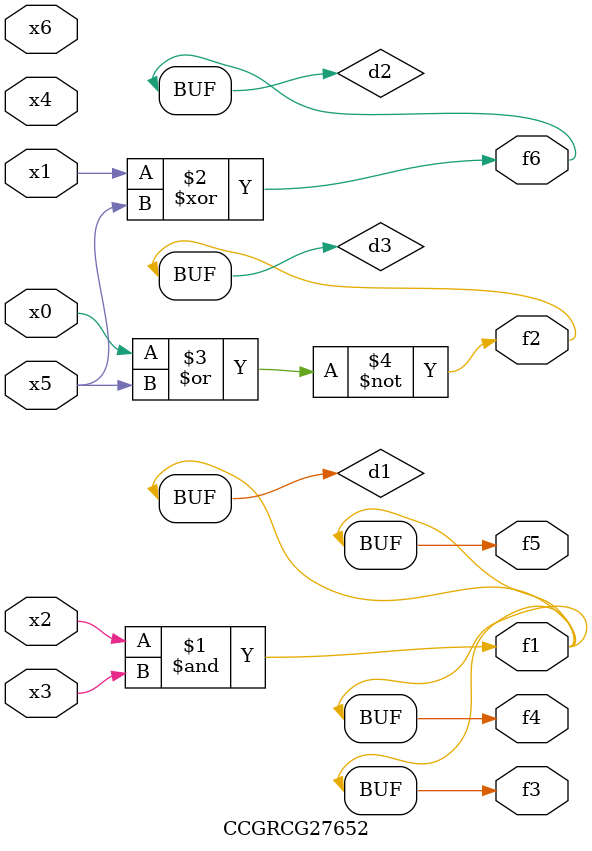
<source format=v>
module CCGRCG27652(
	input x0, x1, x2, x3, x4, x5, x6,
	output f1, f2, f3, f4, f5, f6
);

	wire d1, d2, d3;

	and (d1, x2, x3);
	xor (d2, x1, x5);
	nor (d3, x0, x5);
	assign f1 = d1;
	assign f2 = d3;
	assign f3 = d1;
	assign f4 = d1;
	assign f5 = d1;
	assign f6 = d2;
endmodule

</source>
